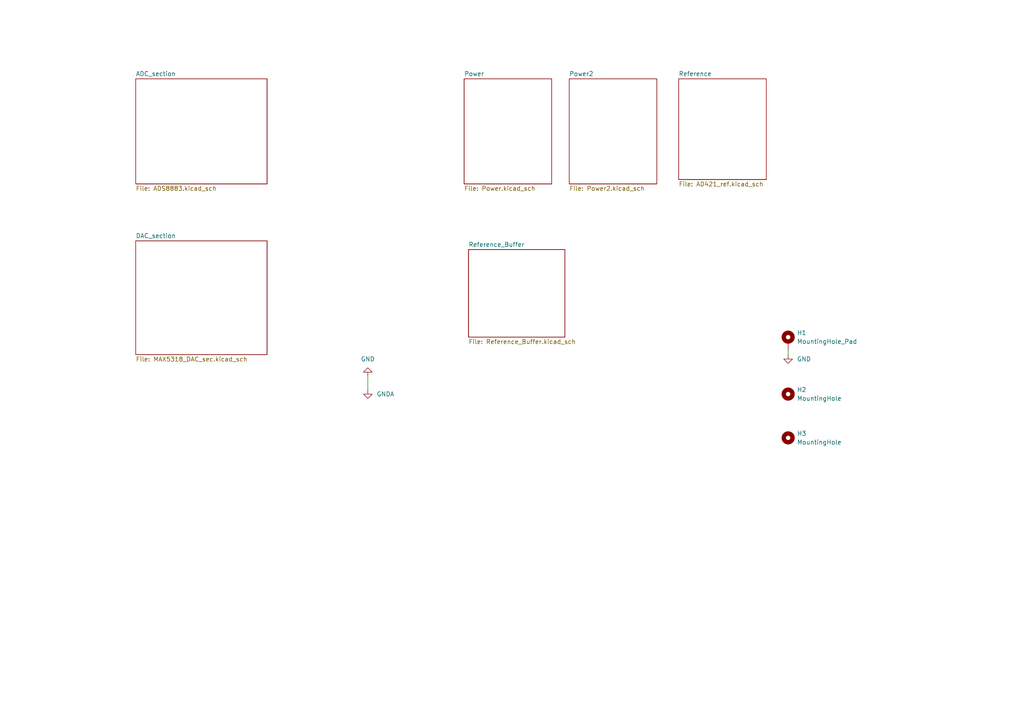
<source format=kicad_sch>
(kicad_sch (version 20211123) (generator eeschema)
  (paper "A4")
  (lib_symbols
    (symbol "Mechanical:MountingHole" (pin_names (offset 1.016))
      (property "Reference" "H" (at 0 5.08 0))
      (property "Value" "MountingHole" (at 0 3.175 0))
      (symbol "MountingHole_0_1"
        (circle (center 0 0) (radius 1.27) (stroke (width 1.27)))
      )
    )
    (symbol "Mechanical:MountingHole_Pad" (pin_numbers hide) (pin_names (offset 1.016) hide)
      (property "Reference" "H" (at 0 6.35 0))
      (property "Value" "MountingHole_Pad" (at 0 4.445 0))
      (symbol "MountingHole_Pad_0_1"
        (circle (center 0 1.27) (radius 1.27) (stroke (width 1.27)))
      )
      (symbol "MountingHole_Pad_1_1"
        (pin input line (at 0 -2.54 90) (length 2.54) (name "1") (number "1"))
      )
    )
    (symbol "power:GND" (power) (pin_names (offset 0))
      (property "Value" "GND" (at 0 -3.81 0))
      (symbol "GND_0_1"
        (polyline (pts (xy 0 0) (xy 0 -1.27) (xy 1.27 -1.27) (xy 0 -2.54) (xy -1.27 -1.27) (xy 0 -1.27)))
      )
      (symbol "GND_1_1"
        (pin power_in line (at 0 0 270) (length 0) hide (name "GND") (number "1"))
      )
    )
    (symbol "power:GNDA" (power) (pin_names (offset 0))
      (property "Value" "GNDA" (at 0 -3.81 0))
      (symbol "GNDA_0_1"
        (polyline (pts (xy 0 0) (xy 0 -1.27) (xy 1.27 -1.27) (xy 0 -2.54) (xy -1.27 -1.27) (xy 0 -1.27)))
      )
      (symbol "GNDA_1_1"
        (pin power_in line (at 0 0 270) (length 0) hide (name "GNDA") (number "1"))
      )
    )
  )
  (wire (pts (xy 228.6 102.87) (xy 228.6 101.6)))
  (wire (pts (xy 106.68 109.22) (xy 106.68 113.03)))
  (symbol (lib_id "power:GNDA") (at 106.68 113.03 0) (unit 1)
    (property "Reference" "#PWR0172" (effects hide))
    (property "Value" "GNDA" (at 109.22 114.2999 0) (effects (justify left)))
  )
  (symbol (lib_id "Mechanical:MountingHole") (at 228.6 114.3 0) (unit 1)
    (property "Reference" "H2" (at 231.14 113.0299 0) (effects (justify left)))
    (property "Value" "MountingHole" (at 231.14 115.5699 0) (effects (justify left)))
    (property "Footprint" "MountingHole:MountingHole_3.7mm" (effects hide))
  )
  (symbol (lib_id "Mechanical:MountingHole_Pad") (at 228.6 99.06 0) (unit 1)
    (property "Reference" "H1" (at 231.14 96.5199 0) (effects (justify left)))
    (property "Value" "MountingHole_Pad" (at 231.14 99.0599 0) (effects (justify left)))
    (property "Footprint" "MountingHole:MountingHole_3.7mm_Pad_Via" (effects hide))
  )
  (symbol (lib_id "power:GND") (at 106.68 109.22 180) (unit 1)
    (property "Reference" "#PWR0173" (effects hide))
    (property "Value" "GND" (at 106.68 104.14 0))
  )
  (symbol (lib_id "power:GND") (at 228.6 102.87 0) (unit 1)
    (property "Reference" "#PWR0180" (effects hide))
    (property "Value" "GND" (at 231.14 104.1399 0) (effects (justify left)))
  )
  (symbol (lib_id "Mechanical:MountingHole") (at 228.6 127 0) (unit 1)
    (property "Reference" "H3" (at 231.14 125.7299 0) (effects (justify left)))
    (property "Value" "MountingHole" (at 231.14 128.2699 0) (effects (justify left)))
    (property "Footprint" "MountingHole:MountingHole_3.7mm" (effects hide))
  )
  (sheet (at 165.1 22.86) (size 25.4 30.48) (stroke (width 0.1524))
    (property "Sheet name" "Power2" (at 165.1 22.1484 0) (effects (justify left bottom)))
    (property "Sheet file" "Power2.kicad_sch" (at 165.1 53.9246 0) (effects (justify left top)))
  )
  (sheet (at 196.85 22.86) (size 25.4 29.21) (stroke (width 0.1524))
    (property "Sheet name" "Reference" (at 196.85 22.1484 0) (effects (justify left bottom)))
    (property "Sheet file" "AD421_ref.kicad_sch" (at 196.85 52.6546 0) (effects (justify left top)))
  )
  (sheet (at 134.62 22.86) (size 25.4 30.48) (stroke (width 0.1524))
    (property "Sheet name" "Power" (at 134.62 22.1484 0) (effects (justify left bottom)))
    (property "Sheet file" "Power.kicad_sch" (at 134.62 53.9246 0) (effects (justify left top)))
  )
  (sheet (at 39.37 22.86) (size 38.1 30.48) (stroke (width 0.1524))
    (property "Sheet name" "ADC_section" (at 39.37 22.1484 0) (effects (justify left bottom)))
    (property "Sheet file" "ADS8883.kicad_sch" (at 39.37 53.9246 0) (effects (justify left top)))
  )
  (sheet (at 135.89 72.39) (size 27.94 25.4) (stroke (width 0.1524))
    (property "Sheet name" "Reference_Buffer" (at 135.89 71.6784 0) (effects (justify left bottom)))
    (property "Sheet file" "Reference_Buffer.kicad_sch" (at 135.89 98.3746 0) (effects (justify left top)))
  )
  (sheet (at 39.37 69.85) (size 38.1 33.02) (stroke (width 0.1524))
    (property "Sheet name" "DAC_section" (at 39.37 69.1384 0) (effects (justify left bottom)))
    (property "Sheet file" "MAX5318_DAC_sec.kicad_sch" (at 39.37 103.4546 0) (effects (justify left top)))
  )
)
</source>
